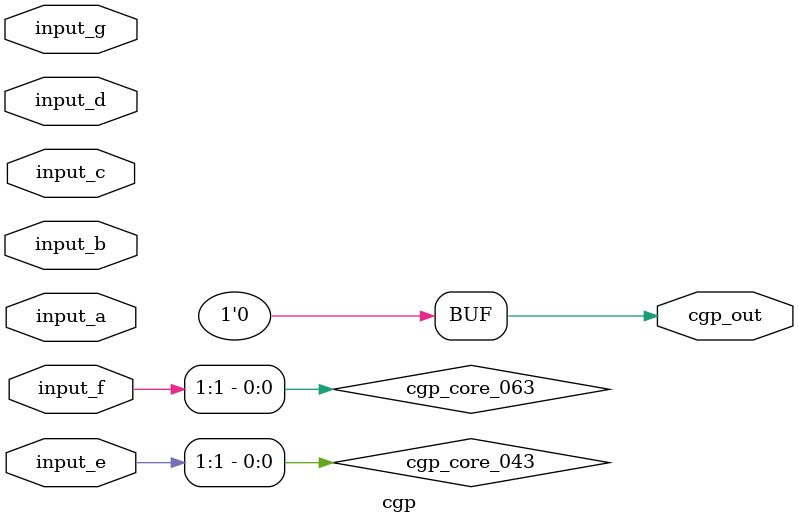
<source format=v>
module cgp(input [1:0] input_a, input [1:0] input_b, input [1:0] input_c, input [1:0] input_d, input [1:0] input_e, input [1:0] input_f, input [1:0] input_g, output [0:0] cgp_out);
  wire cgp_core_016;
  wire cgp_core_017;
  wire cgp_core_018;
  wire cgp_core_022;
  wire cgp_core_023;
  wire cgp_core_027;
  wire cgp_core_028;
  wire cgp_core_029;
  wire cgp_core_030;
  wire cgp_core_032;
  wire cgp_core_036;
  wire cgp_core_037;
  wire cgp_core_038;
  wire cgp_core_039;
  wire cgp_core_040;
  wire cgp_core_042;
  wire cgp_core_043;
  wire cgp_core_045;
  wire cgp_core_046;
  wire cgp_core_047;
  wire cgp_core_049;
  wire cgp_core_050_not;
  wire cgp_core_051;
  wire cgp_core_052;
  wire cgp_core_054;
  wire cgp_core_055;
  wire cgp_core_056;
  wire cgp_core_058;
  wire cgp_core_059;
  wire cgp_core_061;
  wire cgp_core_062;
  wire cgp_core_063;
  wire cgp_core_064;
  wire cgp_core_066;
  wire cgp_core_068;
  wire cgp_core_069;
  wire cgp_core_070_not;
  wire cgp_core_071;
  wire cgp_core_077;
  wire cgp_core_078;
  wire cgp_core_079;

  assign cgp_core_016 = ~(input_c[0] ^ input_a[1]);
  assign cgp_core_017 = ~(input_c[0] & input_b[1]);
  assign cgp_core_018 = input_f[1] | input_g[0];
  assign cgp_core_022 = ~(input_f[1] | input_f[0]);
  assign cgp_core_023 = input_d[1] ^ input_g[1];
  assign cgp_core_027 = input_b[0] ^ cgp_core_016;
  assign cgp_core_028 = input_b[0] ^ cgp_core_016;
  assign cgp_core_029 = input_d[1] | cgp_core_028;
  assign cgp_core_030 = cgp_core_022 ^ input_a[1];
  assign cgp_core_032 = ~(input_f[0] & input_c[0]);
  assign cgp_core_036 = ~(input_g[1] | input_a[0]);
  assign cgp_core_037 = ~input_c[1];
  assign cgp_core_038 = ~input_d[0];
  assign cgp_core_039 = input_e[0] ^ input_g[0];
  assign cgp_core_040 = ~(input_e[1] ^ input_f[1]);
  assign cgp_core_042 = ~(input_f[1] | input_d[0]);
  assign cgp_core_043 = input_e[1] & input_e[1];
  assign cgp_core_045 = input_a[1] | input_g[1];
  assign cgp_core_046 = input_c[0] ^ input_g[0];
  assign cgp_core_047 = cgp_core_032 ^ input_b[0];
  assign cgp_core_049 = ~(input_g[1] ^ input_b[1]);
  assign cgp_core_050_not = ~input_e[0];
  assign cgp_core_051 = input_d[0] & cgp_core_047;
  assign cgp_core_052 = cgp_core_049 ^ input_d[0];
  assign cgp_core_054 = ~(input_b[0] ^ cgp_core_045);
  assign cgp_core_055 = ~(input_f[1] & input_g[1]);
  assign cgp_core_056 = ~(input_e[0] & cgp_core_052);
  assign cgp_core_058 = input_e[0] & input_g[0];
  assign cgp_core_059 = ~(input_a[0] | cgp_core_058);
  assign cgp_core_061 = ~input_e[1];
  assign cgp_core_062 = input_d[1] & cgp_core_061;
  assign cgp_core_063 = input_f[1] & input_f[1];
  assign cgp_core_064 = ~(input_a[1] ^ input_a[0]);
  assign cgp_core_066 = input_b[0] & cgp_core_050_not;
  assign cgp_core_068 = ~input_c[0];
  assign cgp_core_069 = ~(cgp_core_027 ^ input_d[0]);
  assign cgp_core_070_not = ~input_g[1];
  assign cgp_core_071 = ~input_b[0];
  assign cgp_core_077 = cgp_core_059 | input_b[1];
  assign cgp_core_078 = input_e[1] ^ input_c[0];
  assign cgp_core_079 = input_a[0] | cgp_core_078;

  assign cgp_out[0] = 1'b0;
endmodule
</source>
